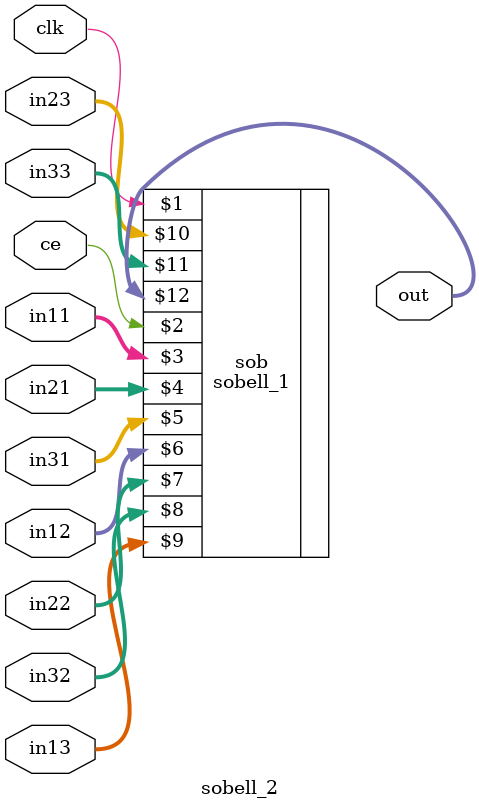
<source format=v>
`timescale 1ns / 1ps

module sobell_2(clk, ce, in11, in12, in13, in21, in22, in23, in31, in32, in33, out);
    input clk;
    input ce;
    input[7:0] in11;
    input[7:0] in12;
    input[7:0] in13;
    input[7:0] in21;
    input[7:0] in22;
    input[7:0] in23;
    input[7:0] in31;
    input[7:0] in32;
    input[7:0] in33;
    output[8:0] out;
    
    sobell_1 sob(clk, ce, in11, in21, in31, in12, in22, in32, in13, in23, in33, out);
endmodule

</source>
